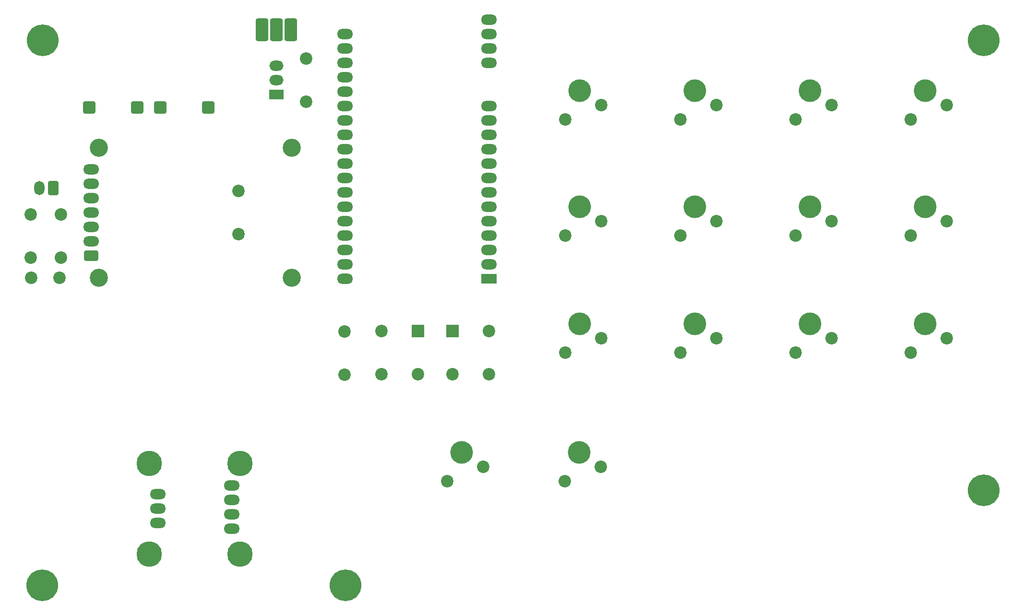
<source format=gbr>
%TF.GenerationSoftware,KiCad,Pcbnew,9.0.0*%
%TF.CreationDate,2025-04-18T21:36:22+02:00*%
%TF.ProjectId,MacroDecKnob,4d616372-6f44-4656-934b-6e6f622e6b69,rev?*%
%TF.SameCoordinates,Original*%
%TF.FileFunction,Soldermask,Bot*%
%TF.FilePolarity,Negative*%
%FSLAX46Y46*%
G04 Gerber Fmt 4.6, Leading zero omitted, Abs format (unit mm)*
G04 Created by KiCad (PCBNEW 9.0.0) date 2025-04-18 21:36:22*
%MOMM*%
%LPD*%
G01*
G04 APERTURE LIST*
G04 Aperture macros list*
%AMRoundRect*
0 Rectangle with rounded corners*
0 $1 Rounding radius*
0 $2 $3 $4 $5 $6 $7 $8 $9 X,Y pos of 4 corners*
0 Add a 4 corners polygon primitive as box body*
4,1,4,$2,$3,$4,$5,$6,$7,$8,$9,$2,$3,0*
0 Add four circle primitives for the rounded corners*
1,1,$1+$1,$2,$3*
1,1,$1+$1,$4,$5*
1,1,$1+$1,$6,$7*
1,1,$1+$1,$8,$9*
0 Add four rect primitives between the rounded corners*
20,1,$1+$1,$2,$3,$4,$5,0*
20,1,$1+$1,$4,$5,$6,$7,0*
20,1,$1+$1,$6,$7,$8,$9,0*
20,1,$1+$1,$8,$9,$2,$3,0*%
G04 Aperture macros list end*
%ADD10C,2.200000*%
%ADD11C,4.000000*%
%ADD12R,2.500000X1.800000*%
%ADD13O,2.500000X1.800000*%
%ADD14R,2.800000X1.800000*%
%ADD15O,2.800000X1.800000*%
%ADD16C,3.200000*%
%ADD17RoundRect,0.264706X0.985294X-0.635294X0.985294X0.635294X-0.985294X0.635294X-0.985294X-0.635294X0*%
%ADD18RoundRect,0.264706X0.635294X0.985294X-0.635294X0.985294X-0.635294X-0.985294X0.635294X-0.985294X0*%
%ADD19O,1.800000X2.500000*%
%ADD20C,4.500000*%
%ADD21R,2.200000X2.200000*%
%ADD22RoundRect,0.330000X0.770000X0.770000X-0.770000X0.770000X-0.770000X-0.770000X0.770000X-0.770000X0*%
%ADD23C,5.600000*%
%ADD24RoundRect,0.343750X-0.756250X-1.656250X0.756250X-1.656250X0.756250X1.656250X-0.756250X1.656250X0*%
G04 APERTURE END LIST*
D10*
%TO.C,R4*%
X120548400Y-91440000D03*
X120548400Y-99060000D03*
%TD*%
D11*
%TO.C,SW2*%
X175801867Y-49010000D03*
D10*
X173261867Y-54090000D03*
X179611867Y-51550000D03*
%TD*%
D12*
%TO.C,J7*%
X101967600Y-49653800D03*
D13*
X101967600Y-47113800D03*
X101967600Y-44573800D03*
%TD*%
D11*
%TO.C,SW8*%
X216408000Y-69494400D03*
D10*
X213868000Y-74574400D03*
X220218000Y-72034400D03*
%TD*%
D14*
%TO.C,U1*%
X139446000Y-82169000D03*
D15*
X139446000Y-79629000D03*
X139446000Y-77089000D03*
X139446000Y-74549000D03*
X139446000Y-72009000D03*
X139446000Y-69469000D03*
X139446000Y-66929000D03*
X139446000Y-64389000D03*
X139446000Y-61849000D03*
X139446000Y-59309000D03*
X139446000Y-56769000D03*
X139446000Y-54229000D03*
X139446000Y-51689000D03*
X139446000Y-44069000D03*
X139446000Y-41529000D03*
X139446000Y-38989000D03*
X139446000Y-36449000D03*
X114046000Y-82169000D03*
X114046000Y-79629000D03*
X114046000Y-77089000D03*
X114046000Y-74549000D03*
X114046000Y-72009000D03*
X114046000Y-69469000D03*
X114046000Y-66929000D03*
X114046000Y-64389000D03*
X114046000Y-61849000D03*
X114046000Y-59309000D03*
X114046000Y-56769000D03*
X114046000Y-54229000D03*
X114046000Y-51689000D03*
X114046000Y-49149000D03*
X114046000Y-46609000D03*
X114046000Y-44069000D03*
X114046000Y-41529000D03*
X114046000Y-38989000D03*
%TD*%
D16*
%TO.C,Display1*%
X70670800Y-82016200D03*
X104690800Y-82016200D03*
X70670800Y-59106200D03*
X104690800Y-59106200D03*
D17*
X69265800Y-78181200D03*
D15*
X69265800Y-75641200D03*
X69265800Y-73101200D03*
X69265800Y-70561200D03*
X69265800Y-68021200D03*
X69265800Y-65481200D03*
X69265800Y-62941200D03*
%TD*%
D11*
%TO.C,SW10*%
X175801867Y-90170000D03*
D10*
X173261867Y-95250000D03*
X179611867Y-92710000D03*
%TD*%
%TO.C,R3*%
X113995200Y-91490800D03*
X113995200Y-99110800D03*
%TD*%
D18*
%TO.C,J1*%
X62629413Y-66245202D03*
D19*
X60129413Y-66245202D03*
%TD*%
D20*
%TO.C,MD1*%
X79575000Y-114775000D03*
X79575000Y-130775000D03*
X95575000Y-114775000D03*
X95575000Y-130775000D03*
D15*
X81075000Y-120235000D03*
X81075000Y-122775000D03*
X81075000Y-125315000D03*
X94077400Y-126280200D03*
X94077400Y-123740200D03*
X94077400Y-121200200D03*
X94077400Y-118660200D03*
%TD*%
D11*
%TO.C,SW5*%
X155498800Y-69494400D03*
D10*
X152958800Y-74574400D03*
X159308800Y-72034400D03*
%TD*%
D11*
%TO.C,SW14*%
X134616000Y-112826800D03*
D10*
X132076000Y-117906800D03*
X138426000Y-115366800D03*
%TD*%
D11*
%TO.C,SW7*%
X196104933Y-69494400D03*
D10*
X193564933Y-74574400D03*
X199914933Y-72034400D03*
%TD*%
D21*
%TO.C,D2*%
X126919800Y-91440000D03*
D10*
X126919800Y-99060000D03*
%TD*%
D11*
%TO.C,SW12*%
X216408000Y-90170000D03*
D10*
X213868000Y-95250000D03*
X220218000Y-92710000D03*
%TD*%
D22*
%TO.C,U2*%
X89951200Y-51996000D03*
X81451200Y-51996000D03*
X77451200Y-51996000D03*
X68951200Y-51996000D03*
%TD*%
D11*
%TO.C,SW13*%
X155397200Y-112826800D03*
D10*
X152857200Y-117906800D03*
X159207200Y-115366800D03*
%TD*%
%TO.C,R5*%
X107200000Y-43380000D03*
X107200000Y-51000000D03*
%TD*%
D11*
%TO.C,SW1*%
X155498800Y-49022000D03*
D10*
X152958800Y-54102000D03*
X159308800Y-51562000D03*
%TD*%
%TO.C,C1*%
X58727013Y-82018602D03*
X63727013Y-82018602D03*
%TD*%
D11*
%TO.C,SW3*%
X196104933Y-49010000D03*
D10*
X193564933Y-54090000D03*
X199914933Y-51550000D03*
%TD*%
D11*
%TO.C,SW4*%
X216408000Y-49010000D03*
D10*
X213868000Y-54090000D03*
X220218000Y-51550000D03*
%TD*%
D23*
%TO.C,J4*%
X60688549Y-136336458D03*
%TD*%
D11*
%TO.C,SW9*%
X155498800Y-90170000D03*
D10*
X152958800Y-95250000D03*
X159308800Y-92710000D03*
%TD*%
D11*
%TO.C,SW11*%
X196104933Y-90170000D03*
D10*
X193564933Y-95250000D03*
X199914933Y-92710000D03*
%TD*%
D11*
%TO.C,SW6*%
X175801867Y-69494400D03*
D10*
X173261867Y-74574400D03*
X179611867Y-72034400D03*
%TD*%
%TO.C,R2*%
X139446000Y-91440000D03*
X139446000Y-99060000D03*
%TD*%
D24*
%TO.C,SW15*%
X101955600Y-38227000D03*
X99415600Y-38227000D03*
X104495600Y-38227000D03*
%TD*%
D21*
%TO.C,D1*%
X133032500Y-91440000D03*
D10*
X133032500Y-99060000D03*
%TD*%
D23*
%TO.C,J3*%
X114199000Y-136315010D03*
%TD*%
%TO.C,J5*%
X226797010Y-40160535D03*
%TD*%
%TO.C,J2*%
X226730007Y-119542000D03*
%TD*%
D10*
%TO.C,R7*%
X63942113Y-78510702D03*
X63942113Y-70890702D03*
%TD*%
%TO.C,R1*%
X95250000Y-74371200D03*
X95250000Y-66751200D03*
%TD*%
D23*
%TO.C,J6*%
X60705993Y-40131987D03*
%TD*%
D10*
%TO.C,R6*%
X58608113Y-70890702D03*
X58608113Y-78510702D03*
%TD*%
M02*

</source>
